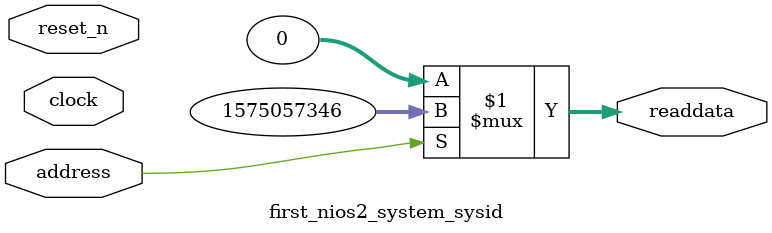
<source format=v>



// synthesis translate_off
`timescale 1ns / 1ps
// synthesis translate_on

// turn off superfluous verilog processor warnings 
// altera message_level Level1 
// altera message_off 10034 10035 10036 10037 10230 10240 10030 

module first_nios2_system_sysid (
               // inputs:
                address,
                clock,
                reset_n,

               // outputs:
                readdata
             )
;

  output  [ 31: 0] readdata;
  input            address;
  input            clock;
  input            reset_n;

  wire    [ 31: 0] readdata;
  //control_slave, which is an e_avalon_slave
  assign readdata = address ? 1575057346 : 0;

endmodule



</source>
